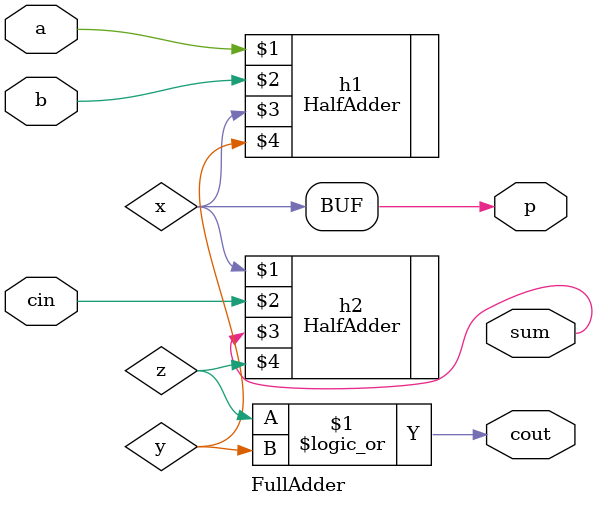
<source format=v>
module FullAdder(a,b,cin,sum, cout,p );
input a,b,cin;
output sum, cout , p;
wire x,y,z;
HalfAdder h1(a, b, x, y);
assign p = x;
HalfAdder h2(x, cin, sum, z);
assign cout=z||y;
endmodule

</source>
